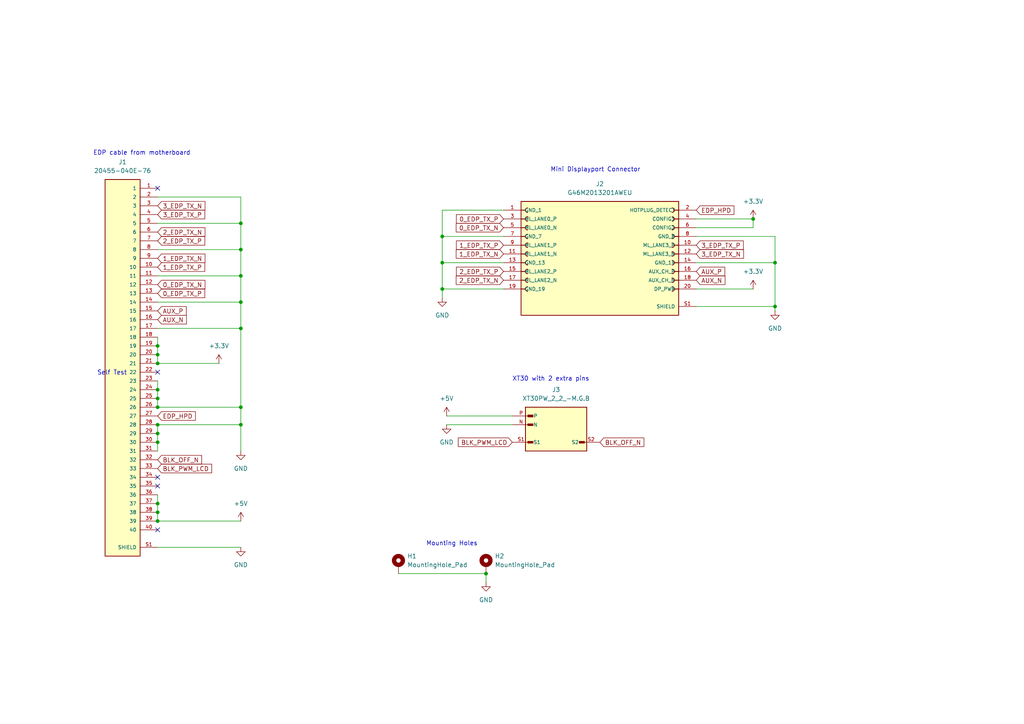
<source format=kicad_sch>
(kicad_sch (version 20250114) (generator "eeschema") (generator_version "9.0")
  (paper "A4")
  (title_block (title "EDP -> DP"))
  (lib_symbols
    (symbol "20455-040E-76:20455-040E-76" (pin_names (offset 1.016))
      (property "Reference" "J" (at -5.08 54.102 0))
      (property "Value" "20455-040E-76" (at -5.08 -58.42 0))
      (symbol "20455-040E-76_0_0"
        (rectangle (start -5.08 -55.88) (end 5.08 53.34) (stroke (width 0.254)) (fill (type background)))
        (pin passive line (at -10.16 50.8 0) (length 5.08) (name "1") (number "1"))
        (pin passive line (at -10.16 48.26 0) (length 5.08) (name "2") (number "2"))
        (pin passive line (at -10.16 45.72 0) (length 5.08) (name "3") (number "3"))
        (pin passive line (at -10.16 43.18 0) (length 5.08) (name "4") (number "4"))
        (pin passive line (at -10.16 40.64 0) (length 5.08) (name "5") (number "5"))
        (pin passive line (at -10.16 38.1 0) (length 5.08) (name "6") (number "6"))
        (pin passive line (at -10.16 35.56 0) (length 5.08) (name "7") (number "7"))
        (pin passive line (at -10.16 33.02 0) (length 5.08) (name "8") (number "8"))
        (pin passive line (at -10.16 30.48 0) (length 5.08) (name "9") (number "9"))
        (pin passive line (at -10.16 27.94 0) (length 5.08) (name "10") (number "10"))
        (pin passive line (at -10.16 25.4 0) (length 5.08) (name "11") (number "11"))
        (pin passive line (at -10.16 22.86 0) (length 5.08) (name "12") (number "12"))
        (pin passive line (at -10.16 20.32 0) (length 5.08) (name "13") (number "13"))
        (pin passive line (at -10.16 17.78 0) (length 5.08) (name "14") (number "14"))
        (pin passive line (at -10.16 15.24 0) (length 5.08) (name "15") (number "15"))
        (pin passive line (at -10.16 12.7 0) (length 5.08) (name "16") (number "16"))
        (pin passive line (at -10.16 10.16 0) (length 5.08) (name "17") (number "17"))
        (pin passive line (at -10.16 7.62 0) (length 5.08) (name "18") (number "18"))
        (pin passive line (at -10.16 5.08 0) (length 5.08) (name "19") (number "19"))
        (pin passive line (at -10.16 2.54 0) (length 5.08) (name "20") (number "20"))
        (pin passive line (at -10.16 0 0) (length 5.08) (name "21") (number "21"))
        (pin passive line (at -10.16 -2.54 0) (length 5.08) (name "22") (number "22"))
        (pin passive line (at -10.16 -5.08 0) (length 5.08) (name "23") (number "23"))
        (pin passive line (at -10.16 -7.62 0) (length 5.08) (name "24") (number "24"))
        (pin passive line (at -10.16 -10.16 0) (length 5.08) (name "25") (number "25"))
        (pin passive line (at -10.16 -12.7 0) (length 5.08) (name "26") (number "26"))
        (pin passive line (at -10.16 -15.24 0) (length 5.08) (name "27") (number "27"))
        (pin passive line (at -10.16 -17.78 0) (length 5.08) (name "28") (number "28"))
        (pin passive line (at -10.16 -20.32 0) (length 5.08) (name "29") (number "29"))
        (pin passive line (at -10.16 -22.86 0) (length 5.08) (name "30") (number "30"))
        (pin passive line (at -10.16 -25.4 0) (length 5.08) (name "31") (number "31"))
        (pin passive line (at -10.16 -27.94 0) (length 5.08) (name "32") (number "32"))
        (pin passive line (at -10.16 -30.48 0) (length 5.08) (name "33") (number "33"))
        (pin passive line (at -10.16 -33.02 0) (length 5.08) (name "34") (number "34"))
        (pin passive line (at -10.16 -35.56 0) (length 5.08) (name "35") (number "35"))
        (pin passive line (at -10.16 -38.1 0) (length 5.08) (name "36") (number "36"))
        (pin passive line (at -10.16 -40.64 0) (length 5.08) (name "37") (number "37"))
        (pin passive line (at -10.16 -43.18 0) (length 5.08) (name "38") (number "38"))
        (pin passive line (at -10.16 -45.72 0) (length 5.08) (name "39") (number "39"))
        (pin passive line (at -10.16 -48.26 0) (length 5.08) (name "40") (number "40"))
        (pin passive line (at -10.16 -53.34 0) (length 5.08) (name "SHIELD") (number "S1"))
        (pin passive line (at -10.16 -53.34 0) (length 5.08) (hide yes) (name "SHIELD") (number "S2"))
        (pin passive line (at -10.16 -53.34 0) (length 5.08) (hide yes) (name "SHIELD") (number "S3"))
        (pin passive line (at -10.16 -53.34 0) (length 5.08) (hide yes) (name "SHIELD") (number "S4"))
      )
    )
    (symbol "G46M2013201AWEU:G46M2013201AWEU" (pin_names (offset 1.016))
      (property "Reference" "J" (at -22.86 16.51 0))
      (property "Value" "G46M2013201AWEU" (at -22.86 -20.32 0))
      (symbol "G46M2013201AWEU_0_0"
        (polyline (pts (xy -22.86 12.7) (xy -21.59 12.7)) (stroke (width 0.254)))
        (polyline (pts (xy -22.86 10.16) (xy -21.59 10.16)) (stroke (width 0.254)))
        (polyline (pts (xy -22.86 7.62) (xy -21.59 7.62)) (stroke (width 0.254)))
        (polyline (pts (xy -22.86 5.08) (xy -21.59 5.08)) (stroke (width 0.254)))
        (polyline (pts (xy -22.86 2.54) (xy -21.59 2.54)) (stroke (width 0.254)))
        (polyline (pts (xy -22.86 0) (xy -21.59 0)) (stroke (width 0.254)))
        (polyline (pts (xy -22.86 -2.54) (xy -21.59 -2.54)) (stroke (width 0.254)))
        (polyline (pts (xy -22.86 -5.08) (xy -21.59 -5.08)) (stroke (width 0.254)))
        (polyline (pts (xy -22.86 -7.62) (xy -21.59 -7.62)) (stroke (width 0.254)))
        (polyline (pts (xy -22.86 -10.16) (xy -21.59 -10.16)) (stroke (width 0.254)))
        (rectangle (start -22.86 -17.78) (end 22.86 15.24) (stroke (width 0.254)) (fill (type background)))
        (arc (start -20.955 12.065) (mid -21.5872 12.7) (end -20.955 13.335) (stroke (width 0.254)))
        (arc (start -20.955 9.525) (mid -21.5872 10.16) (end -20.955 10.795) (stroke (width 0.254)))
        (arc (start -20.955 6.985) (mid -21.5872 7.62) (end -20.955 8.255) (stroke (width 0.254)))
        (arc (start -20.955 4.445) (mid -21.5872 5.08) (end -20.955 5.715) (stroke (width 0.254)))
        (arc (start -20.955 1.905) (mid -21.5872 2.54) (end -20.955 3.175) (stroke (width 0.254)))
        (arc (start -20.955 -0.635) (mid -21.5872 0) (end -20.955 0.635) (stroke (width 0.254)))
        (arc (start -20.955 -3.175) (mid -21.5872 -2.54) (end -20.955 -1.905) (stroke (width 0.254)))
        (arc (start -20.955 -5.715) (mid -21.5872 -5.08) (end -20.955 -4.445) (stroke (width 0.254)))
        (arc (start -20.955 -8.255) (mid -21.5872 -7.62) (end -20.955 -6.985) (stroke (width 0.254)))
        (arc (start -20.955 -10.795) (mid -21.5872 -10.16) (end -20.955 -9.525) (stroke (width 0.254)))
        (arc (start 20.955 13.335) (mid 21.5872 12.7) (end 20.955 12.065) (stroke (width 0.254)))
        (arc (start 20.955 10.795) (mid 21.5872 10.16) (end 20.955 9.525) (stroke (width 0.254)))
        (arc (start 20.955 8.255) (mid 21.5872 7.62) (end 20.955 6.985) (stroke (width 0.254)))
        (arc (start 20.955 5.715) (mid 21.5872 5.08) (end 20.955 4.445) (stroke (width 0.254)))
        (arc (start 20.955 3.175) (mid 21.5872 2.54) (end 20.955 1.905) (stroke (width 0.254)))
        (arc (start 20.955 0.635) (mid 21.5872 0) (end 20.955 -0.635) (stroke (width 0.254)))
        (arc (start 20.955 -1.905) (mid 21.5872 -2.54) (end 20.955 -3.175) (stroke (width 0.254)))
        (arc (start 20.955 -4.445) (mid 21.5872 -5.08) (end 20.955 -5.715) (stroke (width 0.254)))
        (arc (start 20.955 -6.985) (mid 21.5872 -7.62) (end 20.955 -8.255) (stroke (width 0.254)))
        (arc (start 20.955 -9.525) (mid 21.5872 -10.16) (end 20.955 -10.795) (stroke (width 0.254)))
        (polyline (pts (xy 22.86 12.7) (xy 21.59 12.7)) (stroke (width 0.254)))
        (polyline (pts (xy 22.86 10.16) (xy 21.59 10.16)) (stroke (width 0.254)))
        (polyline (pts (xy 22.86 7.62) (xy 21.59 7.62)) (stroke (width 0.254)))
        (polyline (pts (xy 22.86 5.08) (xy 21.59 5.08)) (stroke (width 0.254)))
        (polyline (pts (xy 22.86 2.54) (xy 21.59 2.54)) (stroke (width 0.254)))
        (polyline (pts (xy 22.86 0) (xy 21.59 0)) (stroke (width 0.254)))
        (polyline (pts (xy 22.86 -2.54) (xy 21.59 -2.54)) (stroke (width 0.254)))
        (polyline (pts (xy 22.86 -5.08) (xy 21.59 -5.08)) (stroke (width 0.254)))
        (polyline (pts (xy 22.86 -7.62) (xy 21.59 -7.62)) (stroke (width 0.254)))
        (polyline (pts (xy 22.86 -10.16) (xy 21.59 -10.16)) (stroke (width 0.254)))
        (pin power_in line (at -27.94 12.7 0) (length 5.08) (name "GND_1") (number "1"))
        (pin output line (at -27.94 10.16 0) (length 5.08) (name "ML_LANE0_P") (number "3"))
        (pin output line (at -27.94 7.62 0) (length 5.08) (name "ML_LANE0_N") (number "5"))
        (pin power_in line (at -27.94 5.08 0) (length 5.08) (name "GND_7") (number "7"))
        (pin output line (at -27.94 2.54 0) (length 5.08) (name "ML_LANE1_P") (number "9"))
        (pin output line (at -27.94 0 0) (length 5.08) (name "ML_LANE1_N") (number "11"))
        (pin power_in line (at -27.94 -2.54 0) (length 5.08) (name "GND_13") (number "13"))
        (pin output line (at -27.94 -5.08 0) (length 5.08) (name "ML_LANE2_P") (number "15"))
        (pin output line (at -27.94 -7.62 0) (length 5.08) (name "ML_LANE2_N") (number "17"))
        (pin power_in line (at -27.94 -10.16 0) (length 5.08) (name "GND_19") (number "19"))
        (pin input line (at 27.94 12.7 180) (length 5.08) (name "HOTPLUG_DETECT") (number "2"))
        (pin passive line (at 27.94 10.16 180) (length 5.08) (name "CONFIG1") (number "4"))
        (pin passive line (at 27.94 7.62 180) (length 5.08) (name "CONFIG2") (number "6"))
        (pin power_in line (at 27.94 5.08 180) (length 5.08) (name "GND_8") (number "8"))
        (pin output line (at 27.94 2.54 180) (length 5.08) (name "ML_LANE3_P") (number "10"))
        (pin output line (at 27.94 0 180) (length 5.08) (name "ML_LANE3_N") (number "12"))
        (pin power_in line (at 27.94 -2.54 180) (length 5.08) (name "GND_14") (number "14"))
        (pin bidirectional line (at 27.94 -5.08 180) (length 5.08) (name "AUX_CH_P") (number "16"))
        (pin bidirectional line (at 27.94 -7.62 180) (length 5.08) (name "AUX_CH_N") (number "18"))
        (pin power_in line (at 27.94 -10.16 180) (length 5.08) (name "DP_PWR") (number "20"))
        (pin passive line (at 27.94 -15.24 180) (length 5.08) (name "SHIELD") (number "S1"))
        (pin passive line (at 27.94 -15.24 180) (length 5.08) (hide yes) (name "SHIELD") (number "S2"))
        (pin passive line (at 27.94 -15.24 180) (length 5.08) (hide yes) (name "SHIELD") (number "S3"))
        (pin passive line (at 27.94 -15.24 180) (length 5.08) (hide yes) (name "SHIELD") (number "S4"))
      )
    )
    (symbol "Mechanical:MountingHole_Pad" (pin_numbers (hide yes)) (pin_names (offset 1.016) (hide yes)) (in_bom no)
      (property "Reference" "H" (at 0 6.35 0))
      (property "Value" "MountingHole_Pad" (at 0 4.445 0))
      (symbol "MountingHole_Pad_0_1"
        (circle (center 0 1.27) (radius 1.27) (stroke (width 1.27)))
      )
      (symbol "MountingHole_Pad_1_1"
        (pin input line (at 0 -2.54 90) (length 2.54) (name "1") (number "1"))
      )
    )
    (symbol "XT30PW_2_2_-M.G.B:XT30PW_2_2_-M.G.B" (pin_names (offset 1.016))
      (property "Reference" "J" (at -8.89 5.842 0))
      (property "Value" "XT30PW_2_2_-M.G.B" (at -8.89 -10.16 0))
      (symbol "XT30PW_2_2_-M.G.B_0_0"
        (rectangle (start -8.89 -7.62) (end 8.89 5.08) (stroke (width 0.254)) (fill (type background)))
        (rectangle (start -8.255 2.2225) (end -6.6675 2.8575) (stroke (width 0.1)) (fill (type outline)))
        (rectangle (start -8.255 -0.3175) (end -6.6675 0.3175) (stroke (width 0.1)) (fill (type outline)))
        (rectangle (start -8.255 -5.3975) (end -6.6675 -4.7625) (stroke (width 0.1)) (fill (type outline)))
        (rectangle (start 6.6675 -5.3975) (end 8.255 -4.7625) (stroke (width 0.1)) (fill (type outline)))
        (pin power_in line (at -12.7 2.54 0) (length 5.08) (name "P") (number "P"))
        (pin power_in line (at -12.7 0 0) (length 5.08) (name "N") (number "N"))
        (pin passive line (at -12.7 -5.08 0) (length 5.08) (name "S1") (number "S1"))
        (pin passive line (at 12.7 -5.08 180) (length 5.08) (name "S2") (number "S2"))
      )
    )
    (symbol "power:+3.3V" (power) (pin_numbers (hide yes)) (pin_names (offset 0) (hide yes))
      (property "Value" "+3.3V" (at 0 3.556 0))
      (symbol "+3.3V_0_1"
        (polyline (pts (xy -0.762 1.27) (xy 0 2.54)))
        (polyline (pts (xy 0 2.54) (xy 0.762 1.27)))
        (polyline (pts (xy 0 0) (xy 0 2.54)))
      )
      (symbol "+3.3V_1_1"
        (pin power_in line (at 0 0 90) (length 0) (name "~") (number "1"))
      )
    )
    (symbol "power:+5V" (power) (pin_numbers (hide yes)) (pin_names (offset 0) (hide yes))
      (property "Value" "+5V" (at 0 3.556 0))
      (symbol "+5V_0_1"
        (polyline (pts (xy -0.762 1.27) (xy 0 2.54)))
        (polyline (pts (xy 0 2.54) (xy 0.762 1.27)))
        (polyline (pts (xy 0 0) (xy 0 2.54)))
      )
      (symbol "+5V_1_1"
        (pin power_in line (at 0 0 90) (length 0) (name "~") (number "1"))
      )
    )
    (symbol "power:GND" (power) (pin_numbers (hide yes)) (pin_names (offset 0) (hide yes))
      (property "Value" "GND" (at 0 -3.81 0))
      (symbol "GND_0_1"
        (polyline (pts (xy 0 0) (xy 0 -1.27) (xy 1.27 -1.27) (xy 0 -2.54) (xy -1.27 -1.27) (xy 0 -1.27)))
      )
      (symbol "GND_1_1"
        (pin power_in line (at 0 0 270) (length 0) (name "~") (number "1"))
      )
    )
  )
  (text "EDP cable from motherboard" (at 41.148 44.45 0) (effects (font (size 1.27 1.27))))
  (text "Mounting Holes" (at 131.064 157.734 0) (effects (font (size 1.27 1.27))))
  (text "Self Test" (at 32.512 108.204 0) (effects (font (size 1.27 1.27))))
  (text "Mini Displayport Connector" (at 172.72 49.276 0) (effects (font (size 1.27 1.27))))
  (text "XT30 with 2 extra pins" (at 159.766 109.982 0) (effects (font (size 1.27 1.27))))
  (junction (at 45.72 118.11))
  (junction (at 45.72 100.33))
  (junction (at 45.72 125.73))
  (junction (at 45.72 146.05))
  (junction (at 45.72 123.19))
  (junction (at 224.79 88.9))
  (junction (at 69.85 118.11))
  (junction (at 224.79 76.2))
  (junction (at 45.72 151.13))
  (junction (at 128.27 76.2))
  (junction (at 128.27 83.82))
  (junction (at 69.85 95.25))
  (junction (at 45.72 148.59))
  (junction (at 69.85 80.01))
  (junction (at 45.72 128.27))
  (junction (at 45.72 102.87))
  (junction (at 45.72 113.03))
  (junction (at 45.72 115.57))
  (junction (at 140.97 166.37))
  (junction (at 45.72 105.41))
  (junction (at 69.85 123.19))
  (junction (at 218.44 63.5))
  (junction (at 69.85 72.39))
  (junction (at 128.27 68.58))
  (junction (at 69.85 87.63))
  (junction (at 69.85 64.77))
  (no_connect (at 45.72 153.67))
  (no_connect (at 45.72 140.97))
  (no_connect (at 45.72 54.61))
  (no_connect (at 45.72 138.43))
  (no_connect (at 45.72 107.95))
  (wire (pts (xy 146.05 60.96) (xy 128.27 60.96)))
  (wire (pts (xy 45.72 148.59) (xy 45.72 151.13)))
  (wire (pts (xy 224.79 76.2) (xy 201.93 76.2)))
  (wire (pts (xy 45.72 146.05) (xy 45.72 148.59)))
  (wire (pts (xy 45.72 105.41) (xy 63.5 105.41)))
  (wire (pts (xy 128.27 60.96) (xy 128.27 68.58)))
  (wire (pts (xy 140.97 166.37) (xy 140.97 168.91)))
  (wire (pts (xy 224.79 76.2) (xy 224.79 88.9)))
  (wire (pts (xy 45.72 102.87) (xy 45.72 105.41)))
  (wire (pts (xy 45.72 123.19) (xy 45.72 125.73)))
  (wire (pts (xy 69.85 64.77) (xy 45.72 64.77)))
  (wire (pts (xy 45.72 110.49) (xy 45.72 113.03)))
  (wire (pts (xy 128.27 83.82) (xy 146.05 83.82)))
  (wire (pts (xy 69.85 72.39) (xy 69.85 80.01)))
  (wire (pts (xy 45.72 113.03) (xy 45.72 115.57)))
  (wire (pts (xy 45.72 143.51) (xy 45.72 146.05)))
  (wire (pts (xy 129.54 123.19) (xy 148.59 123.19)))
  (wire (pts (xy 224.79 76.2) (xy 224.79 68.58)))
  (wire (pts (xy 128.27 86.36) (xy 128.27 83.82)))
  (wire (pts (xy 201.93 66.04) (xy 218.44 66.04)))
  (wire (pts (xy 69.85 95.25) (xy 45.72 95.25)))
  (wire (pts (xy 224.79 68.58) (xy 201.93 68.58)))
  (wire (pts (xy 128.27 76.2) (xy 146.05 76.2)))
  (wire (pts (xy 45.72 128.27) (xy 45.72 130.81)))
  (wire (pts (xy 69.85 118.11) (xy 45.72 118.11)))
  (wire (pts (xy 128.27 76.2) (xy 128.27 83.82)))
  (wire (pts (xy 69.85 72.39) (xy 45.72 72.39)))
  (wire (pts (xy 45.72 115.57) (xy 45.72 118.11)))
  (wire (pts (xy 218.44 63.5) (xy 218.44 66.04)))
  (wire (pts (xy 69.85 123.19) (xy 69.85 130.81)))
  (wire (pts (xy 224.79 88.9) (xy 201.93 88.9)))
  (wire (pts (xy 69.85 57.15) (xy 69.85 64.77)))
  (wire (pts (xy 218.44 83.82) (xy 201.93 83.82)))
  (wire (pts (xy 69.85 57.15) (xy 45.72 57.15)))
  (wire (pts (xy 224.79 90.17) (xy 224.79 88.9)))
  (wire (pts (xy 129.54 120.65) (xy 148.59 120.65)))
  (wire (pts (xy 201.93 63.5) (xy 218.44 63.5)))
  (wire (pts (xy 45.72 151.13) (xy 69.85 151.13)))
  (wire (pts (xy 45.72 125.73) (xy 45.72 128.27)))
  (wire (pts (xy 45.72 123.19) (xy 69.85 123.19)))
  (wire (pts (xy 128.27 68.58) (xy 128.27 76.2)))
  (wire (pts (xy 69.85 87.63) (xy 69.85 95.25)))
  (wire (pts (xy 45.72 100.33) (xy 45.72 102.87)))
  (wire (pts (xy 45.72 97.79) (xy 45.72 100.33)))
  (wire (pts (xy 69.85 158.75) (xy 45.72 158.75)))
  (wire (pts (xy 115.57 166.37) (xy 140.97 166.37)))
  (wire (pts (xy 69.85 118.11) (xy 69.85 123.19)))
  (wire (pts (xy 69.85 64.77) (xy 69.85 72.39)))
  (wire (pts (xy 128.27 68.58) (xy 146.05 68.58)))
  (wire (pts (xy 69.85 80.01) (xy 45.72 80.01)))
  (wire (pts (xy 69.85 80.01) (xy 69.85 87.63)))
  (wire (pts (xy 69.85 87.63) (xy 45.72 87.63)))
  (wire (pts (xy 69.85 95.25) (xy 69.85 118.11)))
  (global_label "3_EDP_TX_N" (shape input) (at 201.93 73.66 0) (property "Intersheetrefs" "${INTERSHEET_REFS}" (effects (hide yes))))
  (global_label "AUX_N" (shape input) (at 201.93 81.28 0) (property "Intersheetrefs" "${INTERSHEET_REFS}" (effects (hide yes))))
  (global_label "BLK_OFF_N" (shape input) (at 45.72 133.35 0) (property "Intersheetrefs" "${INTERSHEET_REFS}" (effects (hide yes))))
  (global_label "EDP_HPD" (shape input) (at 45.72 120.65 0) (property "Intersheetrefs" "${INTERSHEET_REFS}" (effects (hide yes))))
  (global_label "0_EDP_TX_N" (shape input) (at 45.72 82.55 0) (property "Intersheetrefs" "${INTERSHEET_REFS}" (effects (hide yes))))
  (global_label "AUX_N" (shape input) (at 45.72 92.71 0) (property "Intersheetrefs" "${INTERSHEET_REFS}" (effects (hide yes))))
  (global_label "3_EDP_TX_P" (shape input) (at 201.93 71.12 0) (property "Intersheetrefs" "${INTERSHEET_REFS}" (effects (hide yes))))
  (global_label "0_EDP_TX_N" (shape input) (at 146.05 66.04 180) (property "Intersheetrefs" "${INTERSHEET_REFS}" (effects (hide yes))))
  (global_label "0_EDP_TX_P" (shape input) (at 146.05 63.5 180) (property "Intersheetrefs" "${INTERSHEET_REFS}" (effects (hide yes))))
  (global_label "2_EDP_TX_N" (shape input) (at 45.72 67.31 0) (property "Intersheetrefs" "${INTERSHEET_REFS}" (effects (hide yes))))
  (global_label "1_EDP_TX_P" (shape input) (at 45.72 77.47 0) (property "Intersheetrefs" "${INTERSHEET_REFS}" (effects (hide yes))))
  (global_label "2_EDP_TX_P" (shape input) (at 45.72 69.85 0) (property "Intersheetrefs" "${INTERSHEET_REFS}" (effects (hide yes))))
  (global_label "AUX_P" (shape input) (at 201.93 78.74 0) (property "Intersheetrefs" "${INTERSHEET_REFS}" (effects (hide yes))))
  (global_label "AUX_P" (shape input) (at 45.72 90.17 0) (property "Intersheetrefs" "${INTERSHEET_REFS}" (effects (hide yes))))
  (global_label "1_EDP_TX_N" (shape input) (at 146.05 73.66 180) (property "Intersheetrefs" "${INTERSHEET_REFS}" (effects (hide yes))))
  (global_label "2_EDP_TX_P" (shape input) (at 146.05 78.74 180) (property "Intersheetrefs" "${INTERSHEET_REFS}" (effects (hide yes))))
  (global_label "1_EDP_TX_N" (shape input) (at 45.72 74.93 0) (property "Intersheetrefs" "${INTERSHEET_REFS}" (effects (hide yes))))
  (global_label "EDP_HPD" (shape input) (at 201.93 60.96 0) (property "Intersheetrefs" "${INTERSHEET_REFS}" (effects (hide yes))))
  (global_label "BLK_PWM_LCD" (shape input) (at 45.72 135.89 0) (property "Intersheetrefs" "${INTERSHEET_REFS}" (effects (hide yes))))
  (global_label "0_EDP_TX_P" (shape input) (at 45.72 85.09 0) (property "Intersheetrefs" "${INTERSHEET_REFS}" (effects (hide yes))))
  (global_label "3_EDP_TX_N" (shape input) (at 45.72 59.69 0) (property "Intersheetrefs" "${INTERSHEET_REFS}" (effects (hide yes))))
  (global_label "BLK_OFF_N" (shape input) (at 173.99 128.27 0) (property "Intersheetrefs" "${INTERSHEET_REFS}" (effects (hide yes))))
  (global_label "2_EDP_TX_N" (shape input) (at 146.05 81.28 180) (property "Intersheetrefs" "${INTERSHEET_REFS}" (effects (hide yes))))
  (global_label "BLK_PWM_LCD" (shape input) (at 148.59 128.27 180) (property "Intersheetrefs" "${INTERSHEET_REFS}" (effects (hide yes))))
  (global_label "1_EDP_TX_P" (shape input) (at 146.05 71.12 180) (property "Intersheetrefs" "${INTERSHEET_REFS}" (effects (hide yes))))
  (global_label "3_EDP_TX_P" (shape input) (at 45.72 62.23 0) (property "Intersheetrefs" "${INTERSHEET_REFS}" (effects (hide yes))))
  (symbol (lib_id "Mechanical:MountingHole_Pad") (at 115.57 163.83 0) (unit 1) (in_bom no)
    (property "Reference" "H1" (at 118.11 161.2899 0) (effects (justify left)))
    (property "Value" "MountingHole_Pad" (at 118.11 163.8299 0) (effects (justify left)))
    (property "Footprint" "MountingHole:MountingHole_2.2mm_M2_DIN965_Pad_TopBottom" (effects (hide yes)))
    (property "Description" "Mounting Hole with connection" (effects (hide yes)))
  )
  (symbol (lib_id "power:+5V") (at 129.54 120.65 0) (unit 1)
    (property "Reference" "#PWR015" (effects (hide yes)))
    (property "Value" "+5V" (at 129.54 115.57 0))
    (property "Description" "Power symbol creates a global label with name \"+5V\"" (effects (hide yes)))
  )
  (symbol (lib_id "Mechanical:MountingHole_Pad") (at 140.97 163.83 0) (unit 1) (in_bom no)
    (property "Reference" "H2" (at 143.51 161.2899 0) (effects (justify left)))
    (property "Value" "MountingHole_Pad" (at 143.51 163.8299 0) (effects (justify left)))
    (property "Footprint" "MountingHole:MountingHole_2.2mm_M2_DIN965_Pad_TopBottom" (effects (hide yes)))
    (property "Description" "Mounting Hole with connection" (effects (hide yes)))
  )
  (symbol (lib_id "G46M2013201AWEU:G46M2013201AWEU") (at 173.99 73.66 0) (unit 1)
    (property "Reference" "J2" (at 173.99 53.34 0))
    (property "Value" "G46M2013201AWEU" (at 173.99 55.88 0))
    (property "Footprint" "SnapEDA:AMPHENOL_G46M2013201AWEU" (effects (hide yes)))
    (property "MF" "Amphenol Taiwan" (effects (hide yes)))
    (property "MAXIMUM_PACKAGE_HEIGHT" "5.40mm" (effects (hide yes)))
    (property "Package" "None" (effects (hide yes)))
    (property "Price" "None" (effects (hide yes)))
    (property "Check_prices" "https://www.snapeda.com/parts/G46M2013201AWEU/Amphenol/view-part/?ref=eda" (effects (hide yes)))
    (property "STANDARD" "Manufacturer Recommendations" (effects (hide yes)))
    (property "PARTREV" "C" (effects (hide yes)))
    (property "SnapEDA_Link" "https://www.snapeda.com/parts/G46M2013201AWEU/Amphenol/view-part/?ref=snap" (effects (hide yes)))
    (property "MP" "G46M2013201AWEU" (effects (hide yes)))
    (property "Description_1" "DisplayPort Connector System - G46 Series, Input Output Connectors, mini DisplayPort, 20 Position, Receptacle, Right Angle, SMT+Dip (Through Hole for Shell Peg) Type, Tail 2.20mm, 15μin Gold Plating, High Temperature Thermo Plastic, Black, Tube Package" (effects (hide yes)))
    (property "MANUFACTURER" "Amphenol" (effects (hide yes)))
    (property "Availability" "In Stock" (effects (hide yes)))
    (property "SNAPEDA_PN" "G46M2013201AWEU" (effects (hide yes)))
  )
  (symbol (lib_id "XT30PW_2_2_-M.G.B:XT30PW_2_2_-M.G.B") (at 161.29 123.19 0) (unit 1)
    (property "Reference" "J3" (at 161.29 113.03 0))
    (property "Value" "XT30PW_2_2_-M.G.B" (at 161.29 115.57 0))
    (property "Footprint" "SnapEDA:AMASS_XT30PW_2_2_-M.G.B" (effects (hide yes)))
    (property "MF" "AMASS" (effects (hide yes)))
    (property "MAXIMUM_PACKAGE_HEIGHT" "5.2mm" (effects (hide yes)))
    (property "CREATOR" "ANA" (effects (hide yes)))
    (property "Price" "None" (effects (hide yes)))
    (property "Package" "None" (effects (hide yes)))
    (property "Check_prices" "https://www.snapeda.com/parts/XT30PW(2+2)-M.G.B/AMASS/view-part/?ref=eda" (effects (hide yes)))
    (property "STANDARD" "Manufacturer Recommendations" (effects (hide yes)))
    (property "PARTREV" "NA" (effects (hide yes)))
    (property "SnapEDA_Link" "https://www.snapeda.com/parts/XT30PW(2+2)-M.G.B/AMASS/view-part/?ref=snap" (effects (hide yes)))
    (property "MP" "XT30PW(2+2)-M.G.B" (effects (hide yes)))
    (property "Description_1" "Industrial Control Plug" (effects (hide yes)))
    (property "Availability" "Not in stock" (effects (hide yes)))
    (property "MANUFACTURER" "AMASS" (effects (hide yes)))
  )
  (symbol (lib_id "power:+3.3V") (at 218.44 63.5 0) (unit 1)
    (property "Reference" "#PWR07" (effects (hide yes)))
    (property "Value" "+3.3V" (at 218.44 58.42 0))
    (property "Description" "Power symbol creates a global label with name \"+3.3V\"" (effects (hide yes)))
  )
  (symbol (lib_id "power:+3.3V") (at 218.44 83.82 0) (unit 1)
    (property "Reference" "#PWR010" (effects (hide yes)))
    (property "Value" "+3.3V" (at 218.44 78.74 0))
    (property "Description" "Power symbol creates a global label with name \"+3.3V\"" (effects (hide yes)))
  )
  (symbol (lib_id "power:GND") (at 69.85 158.75 0) (unit 1)
    (property "Reference" "#PWR02" (effects (hide yes)))
    (property "Value" "GND" (at 69.85 163.83 0))
    (property "Description" "Power symbol creates a global label with name \"GND\" , ground" (effects (hide yes)))
  )
  (symbol (lib_id "power:+5V") (at 69.85 151.13 0) (unit 1)
    (property "Reference" "#PWR09" (effects (hide yes)))
    (property "Value" "+5V" (at 69.85 146.05 0))
    (property "Description" "Power symbol creates a global label with name \"+5V\"" (effects (hide yes)))
  )
  (symbol (lib_id "power:GND") (at 128.27 86.36 0) (unit 1)
    (property "Reference" "#PWR04" (effects (hide yes)))
    (property "Value" "GND" (at 128.27 91.44 0))
    (property "Description" "Power symbol creates a global label with name \"GND\" , ground" (effects (hide yes)))
  )
  (symbol (lib_id "power:GND") (at 224.79 90.17 0) (unit 1)
    (property "Reference" "#PWR01" (effects (hide yes)))
    (property "Value" "GND" (at 224.79 95.25 0))
    (property "Description" "Power symbol creates a global label with name \"GND\" , ground" (effects (hide yes)))
  )
  (symbol (lib_id "20455-040E-76:20455-040E-76") (at 35.56 105.41 0) (mirror y) (unit 1)
    (property "Reference" "J1" (at 35.56 46.99 0))
    (property "Value" "20455-040E-76" (at 35.56 49.53 0))
    (property "Footprint" "SnapEDA:IPEX_20455-040E-76" (effects (hide yes)))
    (property "MF" "I-PEX" (effects (hide yes)))
    (property "Description_1" "40 POS Right Angle SMD 0.5 mm pitch, Horizontal mating type Micro-coaxial and FPC connector with mechanical lock (VESA standard connector) CABLINE-VS Receptacle" (effects (hide yes)))
    (property "Package" "None" (effects (hide yes)))
    (property "Price" "None" (effects (hide yes)))
    (property "Check_prices" "https://www.snapeda.com/parts/20455-040E-76/I-PEX/view-part/?ref=eda" (effects (hide yes)))
    (property "STANDARD" "Manufacturer Recommendations" (effects (hide yes)))
    (property "SnapEDA_Link" "https://www.snapeda.com/parts/20455-040E-76/I-PEX/view-part/?ref=snap" (effects (hide yes)))
    (property "MP" "20455-040E-76" (effects (hide yes)))
    (property "Availability" "In Stock" (effects (hide yes)))
    (property "MANUFACTURER" "I-PEX" (effects (hide yes)))
  )
  (symbol (lib_id "power:GND") (at 69.85 130.81 0) (unit 1)
    (property "Reference" "#PWR06" (effects (hide yes)))
    (property "Value" "GND" (at 69.85 135.89 0))
    (property "Description" "Power symbol creates a global label with name \"GND\" , ground" (effects (hide yes)))
  )
  (symbol (lib_id "power:+3.3V") (at 63.5 105.41 0) (unit 1)
    (property "Reference" "#PWR08" (effects (hide yes)))
    (property "Value" "+3.3V" (at 63.5 100.33 0))
    (property "Description" "Power symbol creates a global label with name \"+3.3V\"" (effects (hide yes)))
  )
  (symbol (lib_id "power:GND") (at 140.97 168.91 0) (unit 1)
    (property "Reference" "#PWR03" (effects (hide yes)))
    (property "Value" "GND" (at 140.97 173.99 0))
    (property "Description" "Power symbol creates a global label with name \"GND\" , ground" (effects (hide yes)))
  )
  (symbol (lib_id "power:GND") (at 129.54 123.19 0) (unit 1)
    (property "Reference" "#PWR05" (effects (hide yes)))
    (property "Value" "GND" (at 129.54 128.27 0))
    (property "Description" "Power symbol creates a global label with name \"GND\" , ground" (effects (hide yes)))
  )
)
</source>
